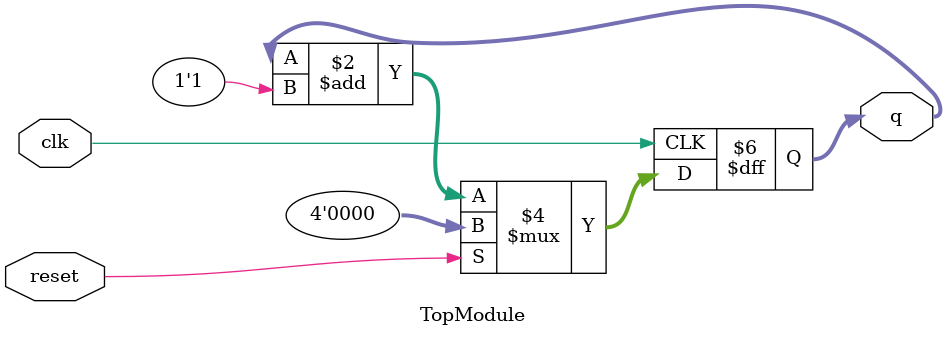
<source format=sv>
module TopModule (
    input  logic clk,
    input  logic reset,
    output logic [3:0] q
);

    always @(posedge clk) begin
        if (reset) begin
            q <= 4'b0000;
        end else begin
            q <= q + 1'b1;
        end
    end

endmodule
</source>
